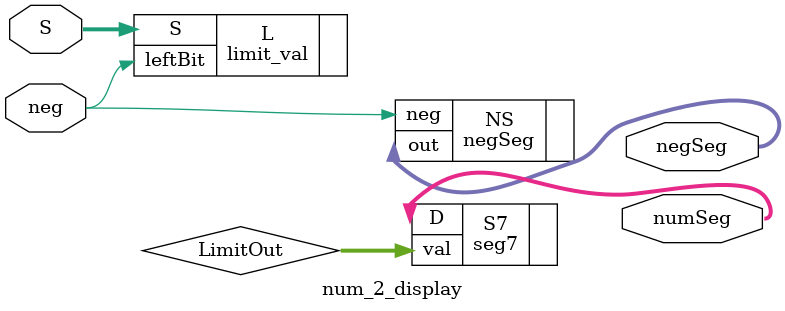
<source format=sv>
`timescale 1ns / 1ps


module num_2_display(
    input [3:0] S,
    input neg,
    output [6:0] numSeg,
    output [6:0] negSeg
    );
    
    logic [3:0] LimitOut;
    
    limit_val L(
        .S(S),
        .leftBit(neg));
    
    seg7 S7(
        .val(LimitOut),
        .D(numSeg));
        
    negSeg NS(
        .neg(neg),
        .out(negSeg));
        
    
    
endmodule

</source>
